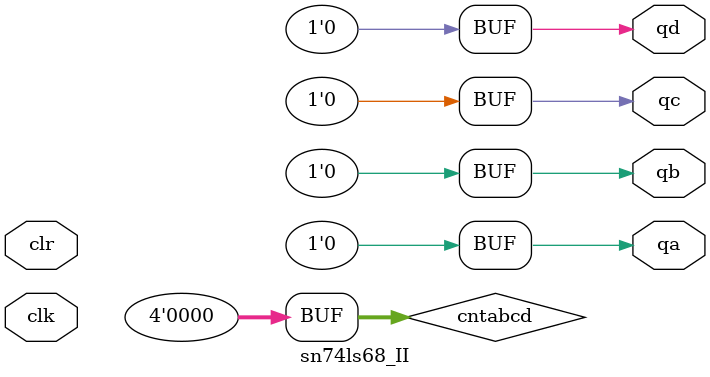
<source format=v>
module sn74ls68_I(qa, qb, qc, qd, clk1, clk2, clr);
input clk1, clk2, clr;
output qa, qb, qc, qd;
reg cnta;
reg [2:0] cntbcd;

parameter 
	// TI TTL data book Vol 1, 1985
	tPLHA_min=0, tPLHA_typ=7,  tPLHA_max=11,	//TPL CLK1 -> QA
	tPHLA_min=0, tPHLA_typ=14, tPHLA_max=21,
	tPLHB_min=0, tPLHB_typ=8,  tPLHB_max=12,	//TPL CLK2 -> QB
	tPHLB_min=0, tPHLB_typ=12, tPHLB_max=18,
	tPLHC_min=0, tPLHC_typ=15, tPLHC_max=23,	//TPL CLK2 -> QC
	tPHLC_min=0, tPHLC_typ=21, tPHLC_max=32,
	tPLHD_min=0, tPLHD_typ=8,  tPLHD_max=12,	//TPL CLK2 -> QD
	tPHLD_min=0, tPHLD_typ=13, tPHLD_max=20;

/* async clear/enable */
always @(clr==0)
begin
  cnta <= 'b0;
  cntbcd <= 3'b000;
end

/* counter A */
always @(negedge clk1)
begin
	if (clr==1)
	begin
		cnta <= ~cnta;
	end
end
assign #(tPLHA_min:tPLHA_typ:tPLHA_max,
		 tPHLA_min:tPHLA_typ:tPHLA_max)
	qa = cnta;

/* counter BCD */
always @(negedge clk2)
begin
	if (clr==1)
	begin
		cntbcd <= cntbcd==3'b100 ? 3'b000 : (cntbcd+1);
	end
end
assign #(tPLHB_min:tPLHB_typ:tPLHB_max,
		 tPHLB_min:tPHLB_typ:tPHLB_max)
	qb = cntbcd[0];
assign #(tPLHC_min:tPLHC_typ:tPLHC_max,
		 tPHLC_min:tPHLC_typ:tPHLC_max)
	qc = cntbcd[1];
assign #(tPLHD_min:tPLHD_typ:tPLHD_max,
		 tPHLD_min:tPHLD_typ:tPHLD_max)
	qd = cntbcd[2];

endmodule

module sn74ls68_II(qa, qb, qc, qd, clk, clr);
input clk, clr;
output qa, qb, qc, qd;
reg [3:0] cntabcd;

parameter 
	// TI TTL data book Vol 1, 1985
	tPLHA_min=0, tPLHA_typ=7,  tPLHA_max=11,	//TP CLK1 -> QA
	tPHLA_min=0, tPHLA_typ=14, tPHLA_max=21,
	tPLHB_min=0, tPLHB_typ=16, tPLHB_max=24,	//TP CLK2 -> QB
	tPHLB_min=0, tPHLB_typ=19, tPHLB_max=29,
	tPLHC_min=0, tPLHC_typ=23, tPLHC_max=35,	//TP CLK2 -> QC
	tPHLC_min=0, tPHLC_typ=27, tPHLC_max=40,
	tPLHD_min=0, tPLHD_typ=16, tPLHD_max=24,	//TP CLK2 -> QD
	tPHLD_min=0, tPHLD_typ=19, tPHLD_max=29;
	// TPHL clr -> Q not supported

/* async clear/enable */
always @(clr==0)
begin
  cntabcd <= 4'b000;
end

/* counter BCD */
always @(negedge clk)
begin
	if (clr==1)
	begin
		cntabcd <= cntabcd==4'b1001 ? 4'b0000 : (cntabcd+1);
	end
end
assign #(tPLHA_min:tPLHA_typ:tPLHA_max,
		 tPHLA_min:tPHLA_typ:tPHLA_max)
	qa = cntabcd[0];
assign #(tPLHB_min:tPLHB_typ:tPLHB_max,
		 tPHLB_min:tPHLB_typ:tPHLB_max)
	qb = cntabcd[1];
assign #(tPLHC_min:tPLHC_typ:tPLHC_max,
		 tPHLC_min:tPHLC_typ:tPHLC_max)
	qc = cntabcd[2];
assign #(tPLHD_min:tPLHD_typ:tPLHD_max,
		 tPHLD_min:tPHLD_typ:tPHLD_max)
	qd = cntabcd[3];

endmodule

</source>
